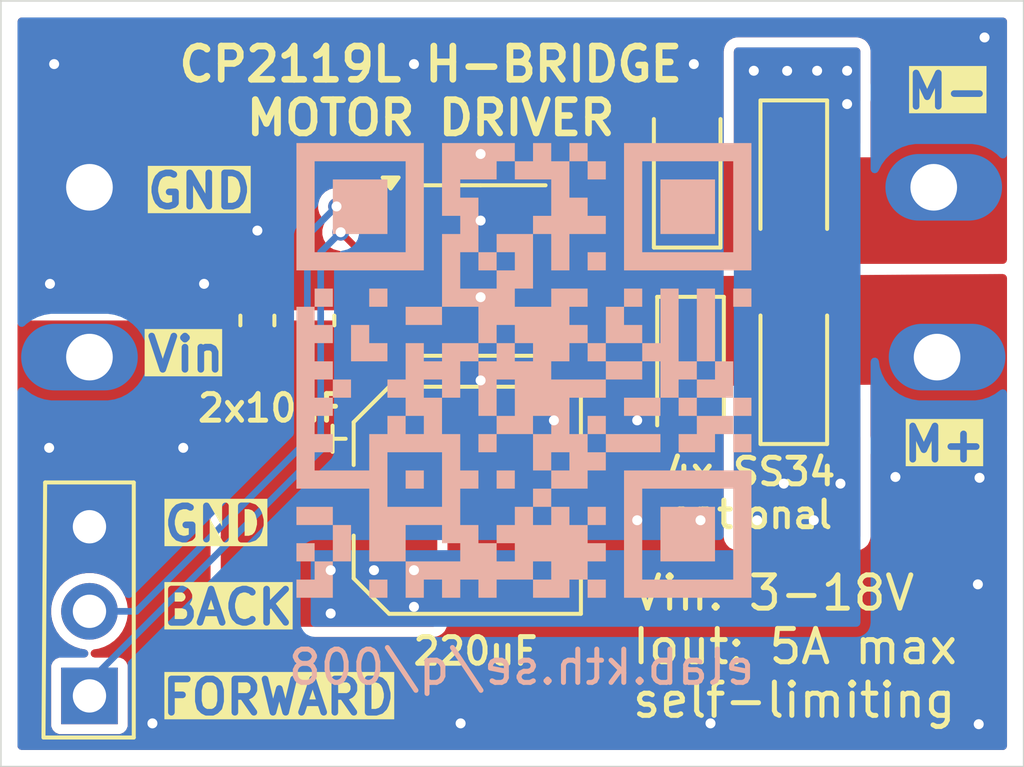
<source format=kicad_pcb>
(kicad_pcb (version 20241229) (generator "pcbnew") (generator_version "9.0")
  (layers (0 "F.Cu" signal) (2 "B.Cu" signal) (13 "F.Paste" user) (15 "B.Paste" user) (5 "F.SilkS" user "F.Silkscreen") (7 "B.SilkS" user "B.Silkscreen") (1 "F.Mask" user) (3 "B.Mask" user) (25 "Edge.Cuts" user))
  (net 0 "")
  (net 1 "GND")
  (net 2 "Net-(J2-Pin_2)")
  (net 3 "out2")
  (net 4 "out1")
  (net 5 "Net-(J2-Pin_1)")
  (net 6 "+BATT")
  (footprint "Mareks_footprints:Oval_tht_hand_solder_bigger" (layer "F.Cu") (at 54.46 61.6 180)
    (property "Reference" "J1" (hide yes))
    (property "Value" "VCC")
    (pad "1" thru_hole oval (at 0 0 180) (size 3.5 2) (drill 1.4 (offset 0.3 0)) (layers "*.Cu" "*.Mask") (net 6 "+BATT"))
  )
  (footprint "Diode_SMD:D_SOD-123F" (layer "F.Cu") (at 75.6 56.1 -90)
    (property "Reference" "D1" (hide yes))
    (property "Value" "K54")
    (fp_line (start -2.21 1) (end 1.65 1) (stroke (width 0.12)) (layer "F.SilkS"))
    (fp_line (start -2.21 -1) (end -2.21 1) (stroke (width 0.12)) (layer "F.SilkS"))
    (fp_line (start -2.21 -1) (end 1.65 -1) (stroke (width 0.12)) (layer "F.SilkS"))
    (pad "1" smd roundrect (at -1.4 0 270) (size 1.1 1.1) (layers "F.Cu" "F.Mask" "F.Paste") (roundrect_rratio 0.2272727273) (net 6 "+BATT"))
    (pad "2" smd roundrect (at 1.4 0 270) (size 1.1 1.1) (layers "F.Cu" "F.Mask" "F.Paste") (roundrect_rratio 0.2272727273) (net 3 "out2"))
  )
  (footprint "Mareks_footprints:Oval_tht_hand_solder_bigger" (layer "F.Cu") (at 79.9 61.6)
    (property "Reference" "J4" (hide yes))
    (property "Value" "M+")
    (pad "1" thru_hole oval (at 0 0) (size 3.5 2) (drill 1.4 (offset 0.3 0)) (layers "*.Cu" "*.Mask") (net 4 "out1"))
  )
  (footprint "Diode_SMD:D_SOD-123F" (layer "F.Cu") (at 75.6 62 90)
    (property "Reference" "D3" (hide yes))
    (property "Value" "K54")
    (fp_line (start -2.21 -1) (end 1.65 -1) (stroke (width 0.12)) (layer "F.SilkS"))
    (fp_line (start -2.21 -1) (end -2.21 1) (stroke (width 0.12)) (layer "F.SilkS"))
    (fp_line (start -2.21 1) (end 1.65 1) (stroke (width 0.12)) (layer "F.SilkS"))
    (pad "1" smd roundrect (at -1.4 0 90) (size 1.1 1.1) (layers "F.Cu" "F.Mask" "F.Paste") (roundrect_rratio 0.2272727273) (net 6 "+BATT"))
    (pad "2" smd roundrect (at 1.4 0 90) (size 1.1 1.1) (layers "F.Cu" "F.Mask" "F.Paste") (roundrect_rratio 0.2272727273) (net 4 "out1"))
  )
  (footprint "Package_SO:SOP-8_3.9x4.9mm_P1.27mm" (layer "F.Cu") (at 66.2 59)
    (property "Reference" "U2" (hide yes))
    (property "Value" "CP2119L" (hide yes))
    (fp_line (start 0 -2.56) (end -1.95 -2.56) (stroke (width 0.12)) (layer "F.SilkS"))
    (fp_line (start 0 -2.56) (end 1.95 -2.56) (stroke (width 0.12)) (layer "F.SilkS"))
    (fp_line (start 0 2.56) (end -1.95 2.56) (stroke (width 0.12)) (layer "F.SilkS"))
    (fp_line (start 0 2.56) (end 1.95 2.56) (stroke (width 0.12)) (layer "F.SilkS"))
    (fp_poly (pts (xy -2.7 -2.465) (xy -2.94 -2.795) (xy -2.46 -2.795) (xy -2.7 -2.465)) (stroke (width 0.12)) (fill yes) (layer "F.SilkS"))
    (pad "1" smd roundrect (at -2.75 -1.905) (size 2 0.6) (layers "F.Cu" "F.Mask" "F.Paste") (net 2 "Net-(J2-Pin_2)"))
    (pad "2" smd roundrect (at -2.75 -0.635) (size 2 0.6) (layers "F.Cu" "F.Mask" "F.Paste") (net 5 "Net-(J2-Pin_1)"))
    (pad "3" smd roundrect (at -2.75 0.635) (size 2 0.6) (layers "F.Cu" "F.Mask" "F.Paste") (net 1 "GND"))
    (pad "4" smd roundrect (at -2.75 1.905) (size 2 0.6) (layers "F.Cu" "F.Mask" "F.Paste") (net 6 "+BATT"))
    (pad "5" smd roundrect (at 2.7 1.905) (size 2 0.6) (layers "F.Cu" "F.Mask" "F.Paste") (net 4 "out1"))
    (pad "6" smd roundrect (at 2.7 0.635) (size 2 0.6) (layers "F.Cu" "F.Mask" "F.Paste") (net 4 "out1"))
    (pad "7" smd roundrect (at 2.7 -0.635) (size 2 0.6) (layers "F.Cu" "F.Mask" "F.Paste") (net 3 "out2"))
    (pad "8" smd roundrect (at 2.7 -1.905) (size 2 0.6) (layers "F.Cu" "F.Mask" "F.Paste") (net 3 "out2"))
  )
  (footprint "Diode_SMD:D_SOD-123F" (layer "F.Cu") (at 72.4 56.1 90)
    (property "Reference" "D2" (hide yes))
    (property "Value" "K54")
    (fp_line (start -2.21 -1) (end 1.65 -1) (stroke (width 0.12)) (layer "F.SilkS"))
    (fp_line (start -2.21 -1) (end -2.21 1) (stroke (width 0.12)) (layer "F.SilkS"))
    (fp_line (start -2.21 1) (end 1.65 1) (stroke (width 0.12)) (layer "F.SilkS"))
    (pad "1" smd roundrect (at -1.4 0 90) (size 1.1 1.1) (layers "F.Cu" "F.Mask" "F.Paste") (roundrect_rratio 0.2272727273) (net 3 "out2"))
    (pad "2" smd roundrect (at 1.4 0 90) (size 1.1 1.1) (layers "F.Cu" "F.Mask" "F.Paste") (roundrect_rratio 0.2272727273) (net 1 "GND"))
  )
  (footprint "Capacitor_SMD:C_0603_1608Metric_Pad1.08x0.95mm_HandSolder" (layer "F.Cu") (at 61.3 60.5 90)
    (property "Reference" "C3" (hide yes))
    (property "Value" "10uF")
    (fp_line (start -0.146267 -0.51) (end 0.146267 -0.51) (stroke (width 0.12)) (layer "F.SilkS"))
    (fp_line (start -0.146267 0.51) (end 0.146267 0.51) (stroke (width 0.12)) (layer "F.SilkS"))
    (pad "1" smd roundrect (at -0.8625 0 90) (size 1.075 0.95) (layers "F.Cu" "F.Mask" "F.Paste") (net 6 "+BATT"))
    (pad "2" smd roundrect (at 0.8625 0 90) (size 1.075 0.95) (layers "F.Cu" "F.Mask" "F.Paste") (net 1 "GND"))
  )
  (footprint "Mareks_footprints:Oval_tht_hand_solder_bigger" (layer "F.Cu") (at 54.46 56.5 180)
    (property "Reference" "J3" (hide yes))
    (property "Value" "GND")
    (pad "1" thru_hole oval (at 0 0 180) (size 3.5 2) (drill 1.4 (offset 0.3 0)) (layers "*.Cu" "*.Mask") (net 1 "GND"))
  )
  (footprint "Capacitor_SMD:C_0603_1608Metric_Pad1.08x0.95mm_HandSolder" (layer "F.Cu") (at 59.5 60.5 90)
    (property "Reference" "C1" (hide yes))
    (property "Value" "10uF")
    (fp_line (start -0.146267 -0.51) (end 0.146267 -0.51) (stroke (width 0.12)) (layer "F.SilkS"))
    (fp_line (start -0.146267 0.51) (end 0.146267 0.51) (stroke (width 0.12)) (layer "F.SilkS"))
    (pad "1" smd roundrect (at -0.8625 0 90) (size 1.075 0.95) (layers "F.Cu" "F.Mask" "F.Paste") (net 6 "+BATT"))
    (pad "2" smd roundrect (at 0.8625 0 90) (size 1.075 0.95) (layers "F.Cu" "F.Mask" "F.Paste") (net 1 "GND"))
  )
  (footprint "Diode_SMD:D_SOD-123F" (layer "F.Cu") (at 72.5 62 -90)
    (property "Reference" "D4" (hide yes))
    (property "Value" "K54")
    (fp_line (start -2.21 1) (end 1.65 1) (stroke (width 0.12)) (layer "F.SilkS"))
    (fp_line (start -2.21 -1) (end -2.21 1) (stroke (width 0.12)) (layer "F.SilkS"))
    (fp_line (start -2.21 -1) (end 1.65 -1) (stroke (width 0.12)) (layer "F.SilkS"))
    (pad "1" smd roundrect (at -1.4 0 270) (size 1.1 1.1) (layers "F.Cu" "F.Mask" "F.Paste") (roundrect_rratio 0.2272727273) (net 4 "out1"))
    (pad "2" smd roundrect (at 1.4 0 270) (size 1.1 1.1) (layers "F.Cu" "F.Mask" "F.Paste") (roundrect_rratio 0.2272727273) (net 1 "GND"))
  )
  (footprint "Mareks_footprints:Oval_tht_hand_solder_bigger" (layer "F.Cu") (at 79.8 56.5)
    (property "Reference" "J5" (hide yes))
    (property "Value" "M-")
    (pad "1" thru_hole oval (at 0 0) (size 3.5 2) (drill 1.4 (offset 0.3 0)) (layers "*.Cu" "*.Mask") (net 3 "out2"))
  )
  (footprint "Connector_PinHeader_2.54mm:PinHeader_1x03_P2.54mm_Vertical" (layer "F.Cu") (at 54.46 71.775 180)
    (property "Reference" "J2" (hide yes))
    (property "Value" "Conn_01x03_Pin" (hide yes))
    (fp_line (start 1.38 -1.25) (end 1.33 6.41) (stroke (width 0.12)) (layer "F.SilkS"))
    (fp_line (start -1.33 6.41) (end 1.33 6.41) (stroke (width 0.12)) (layer "F.SilkS"))
    (fp_line (start -1.33 -1.25) (end 1.38 -1.25) (stroke (width 0.12)) (layer "F.SilkS"))
    (fp_line (start -1.33 -1.25) (end -1.33 6.41) (stroke (width 0.12)) (layer "F.SilkS"))
    (pad "1" thru_hole rect (at 0 0 180) (size 1.7 1.7) (drill 1) (layers "*.Cu" "*.Mask") (net 5 "Net-(J2-Pin_1)"))
    (pad "2" thru_hole oval (at 0 2.54 180) (size 1.7 1.7) (drill 1) (layers "*.Cu" "*.Mask") (net 2 "Net-(J2-Pin_2)"))
    (pad "3" thru_hole oval (at 0 5.08 180) (size 1.7 1.7) (drill 1) (layers "*.Cu" "*.Mask") (net 1 "GND"))
  )
  (footprint "Capacitor_SMD:CP_Elec_6.3x7.7" (layer "F.Cu") (at 65.8 65.9)
    (property "Reference" "C2" (hide yes))
    (property "Value" "220u")
    (fp_line (start -4.4375 -1.8475) (end -3.65 -1.8475) (stroke (width 0.12)) (layer "F.SilkS"))
    (fp_line (start -4.04375 -2.24125) (end -4.04375 -1.45375) (stroke (width 0.12)) (layer "F.SilkS"))
    (fp_line (start -3.41 -2.345563) (end -3.41 -1.06) (stroke (width 0.12)) (layer "F.SilkS"))
    (fp_line (start -3.41 -2.345563) (end -2.345563 -3.41) (stroke (width 0.12)) (layer "F.SilkS"))
    (fp_line (start -3.41 2.345563) (end -3.41 1.06) (stroke (width 0.12)) (layer "F.SilkS"))
    (fp_line (start -3.41 2.345563) (end -2.345563 3.41) (stroke (width 0.12)) (layer "F.SilkS"))
    (fp_line (start -2.345563 -3.41) (end 3.41 -3.41) (stroke (width 0.12)) (layer "F.SilkS"))
    (fp_line (start -2.345563 3.41) (end 3.41 3.41) (stroke (width 0.12)) (layer "F.SilkS"))
    (fp_line (start 3.41 -3.41) (end 3.41 -1.06) (stroke (width 0.12)) (layer "F.SilkS"))
    (fp_line (start 3.41 3.41) (end 3.41 1.06) (stroke (width 0.12)) (layer "F.SilkS"))
    (pad "1" smd roundrect (at -2.7 0) (size 3.5 1.6) (layers "F.Cu" "F.Mask" "F.Paste") (roundrect_rratio 0.15625) (net 6 "+BATT"))
    (pad "2" smd roundrect (at 2.7 0) (size 3.5 1.6) (layers "F.Cu" "F.Mask" "F.Paste") (roundrect_rratio 0.15625) (net 1 "GND"))
  )
  (footprint "LOGO" (layer "B.Cu") (at 67.5 62 180)
    (property "Reference" "G***" (hide yes))
    (property "Value" "LOGO" (hide yes))
    (fp_poly (pts (xy 6.28172 2.184947) (xy 6.28172 1.911828) (xy 6.008602 1.911828) (xy 5.735484 1.911828) (xy 5.735484 2.184947) (xy 5.735484 2.458065) (xy 6.008602 2.458065) (xy 6.28172 2.458065)) (fill yes) (layer "B.SilkS"))
    (fp_poly (pts (xy 5.735484 4.916129) (xy 5.735484 4.096774) (xy 4.916129 4.096774) (xy 4.096774 4.096774) (xy 4.096774 4.916129) (xy 4.096774 5.735484) (xy 4.916129 5.735484) (xy 5.735484 5.735484)) (fill yes) (layer "B.SilkS"))
    (fp_poly (pts (xy 4.64301 2.184947) (xy 4.64301 1.911828) (xy 4.369892 1.911828) (xy 4.096774 1.911828) (xy 4.096774 2.184947) (xy 4.096774 2.458065) (xy 4.369892 2.458065) (xy 4.64301 2.458065)) (fill yes) (layer "B.SilkS"))
    (fp_poly (pts (xy 4.64301 -6.554838) (xy 4.64301 -6.827957) (xy 4.369892 -6.827957) (xy 4.096774 -6.827957) (xy 4.096774 -6.554838) (xy 4.096774 -6.28172) (xy 4.369892 -6.28172) (xy 4.64301 -6.28172)) (fill yes) (layer "B.SilkS"))
    (fp_poly (pts (xy 3.550537 1.63871) (xy 3.550537 1.365592) (xy 3.004301 1.365592) (xy 2.458064 1.365592) (xy 2.458064 1.63871) (xy 2.458064 1.911828) (xy 3.004301 1.911828) (xy 3.550537 1.911828)) (fill yes) (layer "B.SilkS"))
    (fp_poly (pts (xy 3.550537 -3.277419) (xy 3.550537 -3.550537) (xy 3.277419 -3.550537) (xy 3.004301 -3.550537) (xy 3.004301 -3.277419) (xy 3.004301 -3.004301) (xy 3.277419 -3.004301) (xy 3.550537 -3.004301)) (fill yes) (layer "B.SilkS"))
    (fp_poly (pts (xy 1.365591 3.27742) (xy 1.365591 3.004301) (xy 1.092473 3.004301) (xy 0.819355 3.004301) (xy 0.819355 3.27742) (xy 0.819355 3.550538) (xy 1.092473 3.550538) (xy 1.365591 3.550538)) (fill yes) (layer "B.SilkS"))
    (fp_poly (pts (xy 1.365591 -2.184946) (xy 1.365591 -2.458064) (xy 1.092473 -2.458064) (xy 0.819355 -2.458064) (xy 0.819355 -2.184946) (xy 0.819355 -1.911828) (xy 1.092473 -1.911828) (xy 1.365591 -1.911828)) (fill yes) (layer "B.SilkS"))
    (fp_poly (pts (xy 0.819355 -3.277419) (xy 0.819355 -3.550537) (xy 0.546236 -3.550537) (xy 0.273118 -3.550537) (xy 0.273118 -3.277419) (xy 0.273118 -3.004301) (xy 0.546236 -3.004301) (xy 0.819355 -3.004301)) (fill yes) (layer "B.SilkS"))
    (fp_poly (pts (xy -1.911828 3.27742) (xy -1.911828 3.004301) (xy -2.184947 3.004301) (xy -2.458065 3.004301) (xy -2.458065 3.27742) (xy -2.458065 3.550538) (xy -2.184947 3.550538) (xy -1.911828 3.550538)) (fill yes) (layer "B.SilkS"))
    (fp_poly (pts (xy -3.004301 2.184947) (xy -3.004301 1.911828) (xy -3.27742 1.911828) (xy -3.550538 1.911828) (xy -3.550538 2.184947) (xy -3.550538 2.458065) (xy -3.27742 2.458065) (xy -3.004301 2.458065)) (fill yes) (layer "B.SilkS"))
    (fp_poly (pts (xy -3.004301 -1.092473) (xy -3.004301 -1.365591) (xy -3.550538 -1.365591) (xy -4.096774 -1.365591) (xy -4.096774 -1.092473) (xy -4.096774 -0.819355) (xy -3.550538 -0.819355) (xy -3.004301 -0.819355)) (fill yes) (layer "B.SilkS"))
    (fp_poly (pts (xy -4.096774 4.916129) (xy -4.096774 4.096774) (xy -4.916129 4.096774) (xy -5.735484 4.096774) (xy -5.735484 4.916129) (xy -5.735484 5.735484) (xy -4.916129 5.735484) (xy -4.096774 5.735484)) (fill yes) (layer "B.SilkS"))
    (fp_poly (pts (xy -4.096774 -4.916129) (xy -4.096774 -5.735484) (xy -4.916129 -5.735484) (xy -5.735484 -5.735484) (xy -5.735484 -4.916129) (xy -5.735484 -4.096774) (xy -4.916129 -4.096774) (xy -4.096774 -4.096774)) (fill yes) (layer "B.SilkS"))
    (fp_poly (pts (xy -6.281721 2.184947) (xy -6.281721 1.911828) (xy -6.554839 1.911828) (xy -6.827957 1.911828) (xy -6.827957 2.184947) (xy -6.827957 2.458065) (xy -6.554839 2.458065) (xy -6.281721 2.458065)) (fill yes) (layer "B.SilkS"))
    (fp_poly (pts (xy 5.189247 0.819355) (xy 5.189247 0.273119) (xy 4.64301 0.273119) (xy 4.096774 0.273119) (xy 4.096774 0.546237) (xy 4.096774 0.819355) (xy 4.369892 0.819355) (xy 4.64301 0.819355) (xy 4.64301 1.092473) (xy 4.64301 1.365592) (xy 4.916129 1.365592) (xy 5.189247 1.365592)) (fill yes) (layer "B.SilkS"))
    (fp_poly (pts (xy 6.827957 4.916129) (xy 6.827957 3.004301) (xy 4.916129 3.004301) (xy 3.004301 3.004301) (xy 3.004301 4.916129) (xy 3.550537 4.916129) (xy 3.550537 3.550538) (xy 4.916129 3.550538) (xy 6.28172 3.550538) (xy 6.28172 4.916129) (xy 6.28172 6.281721) (xy 4.916129 6.281721) (xy 3.550537 6.281721) (xy 3.550537 4.916129) (xy 3.004301 4.916129) (xy 3.004301 6.827957) (xy 4.916129 6.827957) (xy 6.827957 6.827957)) (fill yes) (layer "B.SilkS"))
    (fp_poly (pts (xy -3.004301 4.916129) (xy -3.004301 3.004301) (xy -4.916129 3.004301) (xy -6.827957 3.004301) (xy -6.827957 4.916129) (xy -6.281721 4.916129) (xy -6.281721 3.550538) (xy -4.916129 3.550538) (xy -3.550538 3.550538) (xy -3.550538 4.916129) (xy -3.550538 6.281721) (xy -4.916129 6.281721) (xy -6.281721 6.281721) (xy -6.281721 4.916129) (xy -6.827957 4.916129) (xy -6.827957 6.827957) (xy -4.916129 6.827957) (xy -3.004301 6.827957)) (fill yes) (layer "B.SilkS"))
    (fp_poly (pts (xy -3.004301 -4.916129) (xy -3.004301 -6.827957) (xy -4.916129 -6.827957) (xy -6.827957 -6.827957) (xy -6.827957 -4.916129) (xy -6.281721 -4.916129) (xy -6.281721 -6.28172) (xy -4.916129 -6.28172) (xy -3.550538 -6.28172) (xy -3.550538 -4.916129) (xy -3.550538 -3.550537) (xy -4.916129 -3.550537) (xy -6.281721 -3.550537) (xy -6.281721 -4.916129) (xy -6.827957 -4.916129) (xy -6.827957 -3.004301) (xy -4.916129 -3.004301) (xy -3.004301 -3.004301)) (fill yes) (layer "B.SilkS"))
    (fp_poly (pts (xy 6.827957 -4.369892) (xy 6.827957 -4.64301) (xy 6.28172 -4.64301) (xy 5.735484 -4.64301) (xy 5.735484 -5.189247) (xy 5.735484 -5.735484) (xy 6.008602 -5.735484) (xy 6.28172 -5.735484) (xy 6.28172 -5.462365) (xy 6.28172 -5.189247) (xy 6.554838 -5.189247) (xy 6.827957 -5.189247) (xy 6.827957 -5.462365) (xy 6.827957 -5.735484) (xy 6.554838 -5.735484) (xy 6.28172 -5.735484) (xy 6.28172 -6.008602) (xy 6.28172 -6.28172) (xy 6.554838 -6.28172) (xy 6.827957 -6.28172) (xy 6.827957 -6.554838) (xy 6.827957 -6.827957) (xy 6.28172 -6.827957) (xy 5.735484 -6.827957) (xy 5.735484 -6.28172) (xy 5.735484 -5.735484) (xy 5.462365 -5.735484) (xy 5.189247 -5.735484) (xy 5.189247 -5.189247) (xy 5.189247 -4.64301) (xy 5.462365 -4.64301) (xy 5.735484 -4.64301) (xy 5.735484 -4.369892) (xy 5.735484 -4.096774) (xy 6.28172 -4.096774) (xy 6.827957 -4.096774)) (fill yes) (layer "B.SilkS"))
    (fp_poly (pts (xy -1.365592 6.554839) (xy -1.365592 6.281721) (xy -1.092473 6.281721) (xy -0.819355 6.281721) (xy -0.819355 6.554839) (xy -0.819355 6.827957) (xy -0.546237 6.827957) (xy -0.273119 6.827957) (xy -0.273119 6.554839) (xy -0.273119 6.281721) (xy 0 6.281721) (xy 0.273118 6.281721) (xy 0.273118 6.554839) (xy 0.273118 6.827957) (xy 1.365591 6.827957) (xy 2.458064 6.827957) (xy 2.458064 5.735484) (xy 2.458064 4.643011) (xy 2.184946 4.643011) (xy 1.911828 4.643011) (xy 1.911828 4.369893) (xy 1.911828 4.096774) (xy 2.184946 4.096774) (xy 2.458064 4.096774) (xy 2.458064 3.004301) (xy 2.458064 1.911828) (xy 1.911828 1.911828) (xy 1.365591 1.911828) (xy 1.365591 1.365592) (xy 1.365591 0.819355) (xy 1.092473 0.819355) (xy 0.819355 0.819355) (xy 0.819355 0.546237) (xy 0.819355 0.273119) (xy 1.092473 0.273119) (xy 1.365591 0.273119) (xy 1.365591 0.546237) (xy 1.365591 0.819355) (xy 1.911828 0.819355) (xy 2.458064 0.819355) (xy 2.458064 0.546237) (xy 2.458064 0.273119) (xy 2.731183 0.273119) (xy 3.004301 0.273119) (xy 3.004301 0.546237) (xy 3.004301 0.819355) (xy 3.277419 0.819355) (xy 3.550537 0.819355) (xy 3.550537 0.273119) (xy 3.550537 -0.273118) (xy 3.823656 -0.273118) (xy 4.096774 -0.273118) (xy 4.096774 -0.546236) (xy 4.096774 -0.819355) (xy 3.823656 -0.819355) (xy 3.550537 -0.819355) (xy 3.550537 -1.092473) (xy 3.550537 -1.365591) (xy 3.277419 -1.365591) (xy 3.004301 -1.365591) (xy 3.004301 -1.638709) (xy 3.004301 -1.911828) (xy 3.277419 -1.911828) (xy 3.550537 -1.911828) (xy 3.550537 -1.638709) (xy 3.550537 -1.365591) (xy 3.823656 -1.365591) (xy 4.096774 -1.365591) (xy 4.096774 -1.638709) (xy 4.096774 -1.911828) (xy 4.369892 -1.911828) (xy 4.64301 -1.911828) (xy 4.64301 -2.458064) (xy 4.64301 -3.004301) (xy 5.462365 -3.004301) (xy 6.28172 -3.004301) (xy 6.28172 -2.731183) (xy 6.28172 -2.458064) (xy 6.008602 -2.458064) (xy 5.735484 -2.458064) (xy 5.735484 -2.184946) (xy 5.735484 -1.911828) (xy 6.008602 -1.911828) (xy 6.28172 -1.911828) (xy 6.28172 -1.638709) (xy 6.28172 -1.365591) (xy 6.008602 -1.365591) (xy 5.735484 -1.365591) (xy 5.735484 -1.092473) (xy 5.735484 -0.819355) (xy 5.462365 -0.819355) (xy 5.189247 -0.819355) (xy 5.189247 -0.546236) (xy 5.735484 -0.546236) (xy 5.735484 -0.819355) (xy 6.008602 -0.819355) (xy 6.28172 -0.819355) (xy 6.28172 -0.546236) (xy 6.28172 -0.273118) (xy 6.008602 -0.273118) (xy 5.735484 -0.273118) (xy 5.735484 -0.546236) (xy 5.189247 -0.546236) (xy 5.189247 -0.273118) (xy 5.462365 -0.273118) (xy 5.735484 -0.273118) (xy 5.735484 0) (xy 5.735484 0.273119) (xy 6.008602 0.273119) (xy 6.28172 0.273119) (xy 6.28172 0.546237) (xy 6.28172 0.819355) (xy 6.008602 0.819355) (xy 5.735484 0.819355) (xy 5.735484 1.092473) (xy 5.735484 1.365592) (xy 6.008602 1.365592) (xy 6.28172 1.365592) (xy 6.28172 1.63871) (xy 6.28172 1.911828) (xy 6.554838 1.911828) (xy 6.827957 1.911828) (xy 6.827957 -0.819355) (xy 6.827957 -3.550537) (xy 5.735484 -3.550537) (xy 4.64301 -3.550537) (xy 4.64301 -4.64301) (xy 4.64301 -5.735484) (xy 4.096774 -5.735484) (xy 3.550537 -5.735484) (xy 3.550537 -6.28172) (xy 3.550537 -6.827957) (xy 3.277419 -6.827957) (xy 3.004301 -6.827957) (xy 3.004301 -6.554838) (xy 3.004301 -6.28172) (xy 2.731183 -6.28172) (xy 2.458064 -6.28172) (xy 2.458064 -6.554838) (xy 2.458064 -6.827957) (xy 2.184946 -6.827957) (xy 1.911828 -6.827957) (xy 1.911828 -6.554838) (xy 1.911828 -6.28172) (xy 1.638709 -6.28172) (xy 1.365591 -6.28172) (xy 1.365591 -6.554838) (xy 1.365591 -6.827957) (xy 1.092473 -6.827957) (xy 0.819355 -6.827957) (xy 0.819355 -6.554838) (xy 0.819355 -6.28172) (xy 0.273118 -6.28172) (xy -0.273119 -6.28172) (xy -0.273119 -6.554838) (xy -0.273119 -6.827957) (xy -0.819355 -6.827957) (xy -1.365592 -6.827957) (xy -1.365592 -6.554838) (xy -1.365592 -6.28172) (xy -1.63871 -6.28172) (xy -1.911828 -6.28172) (xy -1.911828 -6.554838) (xy -1.911828 -6.827957) (xy -2.184947 -6.827957) (xy -2.458065 -6.827957) (xy -2.458065 -6.554838) (xy -2.458065 -6.28172) (xy -2.184947 -6.28172) (xy -1.911828 -6.28172) (xy -1.911828 -6.008602) (xy -0.819355 -6.008602) (xy -0.819355 -6.28172) (xy -0.546237 -6.28172) (xy -0.273119 -6.28172) (xy -0.273119 -6.008602) (xy -0.273119 -5.735484) (xy -0.546237 -5.735484) (xy -0.819355 -5.735484) (xy -0.819355 -6.008602) (xy -1.911828 -6.008602) (xy -1.911828 -5.735484) (xy -2.184947 -5.735484) (xy -2.458065 -5.735484) (xy -2.458065 -5.462365) (xy -2.458065 -5.189247) (xy -2.184947 -5.189247) (xy -1.911828 -5.189247) (xy -1.911828 -4.916129) (xy -1.911828 -4.64301) (xy -2.184947 -4.64301) (xy -2.458065 -4.64301) (xy -2.458065 -4.369892) (xy -2.458065 -4.096774) (xy -2.184947 -4.096774) (xy -1.911828 -4.096774) (xy -1.911828 -4.369892) (xy -1.911828 -4.64301) (xy -1.63871 -4.64301) (xy -1.365592 -4.64301) (xy -1.365592 -4.369892) (xy -1.365592 -4.096774) (xy -1.092473 -4.096774) (xy -0.819355 -4.096774) (xy -0.819355 -3.823656) (xy -0.819355 -3.550537) (xy -0.546237 -3.550537) (xy -0.273119 -3.550537) (xy -0.273119 -3.823656) (xy -0.273119 -4.096774) (xy -0.546237 -4.096774) (xy -0.819355 -4.096774) (xy -0.819355 -4.369892) (xy -0.819355 -4.64301) (xy -0.546237 -4.64301) (xy -0.273119 -4.64301) (xy -0.273119 -4.369892) (xy -0.273119 -4.096774) (xy 0 -4.096774) (xy 0.273118 -4.096774) (xy 0.273118 -4.369892) (xy 0.273118 -4.64301) (xy 0.546236 -4.64301) (xy 0.819355 -4.64301) (xy 0.819355 -4.916129) (xy 0.819355 -5.189247) (xy 0.546236 -5.189247) (xy 0.273118 -5.189247) (xy 0.273118 -5.462365) (xy 0.273118 -5.735484) (xy 0.546236 -5.735484) (xy 0.819355 -5.735484) (xy 0.819355 -5.462365) (xy 0.819355 -5.189247) (xy 1.092473 -5.189247) (xy 1.365591 -5.189247) (xy 1.911828 -5.189247) (xy 1.911828 -5.462365) (xy 1.911828 -5.735484) (xy 2.731183 -5.735484) (xy 3.550537 -5.735484) (xy 3.550537 -5.189247) (xy 3.550537 -4.64301) (xy 3.004301 -4.64301) (xy 2.458064 -4.64301) (xy 2.458064 -4.916129) (xy 2.458064 -5.189247) (xy 2.184946 -5.189247) (xy 1.911828 -5.189247) (xy 1.365591 -5.189247) (xy 1.365591 -4.916129) (xy 1.365591 -4.64301) (xy 1.638709 -4.64301) (xy 1.911828 -4.64301) (xy 1.911828 -4.096774) (xy 1.911828 -3.550537) (xy 1.638709 -3.550537) (xy 1.365591 -3.550537) (xy 1.365591 -3.277419) (xy 2.458064 -3.277419) (xy 2.458064 -4.096774) (xy 3.277419 -4.096774) (xy 4.096774 -4.096774) (xy 4.096774 -3.277419) (xy 4.096774 -2.458064) (xy 3.277419 -2.458064) (xy 2.458064 -2.458064) (xy 2.458064 -3.277419) (xy 1.365591 -3.277419) (xy 1.365591 -3.004301) (xy 1.638709 -3.004301) (xy 1.911828 -3.004301) (xy 1.911828 -2.458064) (xy 1.911828 -1.911828) (xy 2.184946 -1.911828) (xy 2.458064 -1.911828) (xy 2.458064 -1.365591) (xy 2.458064 -0.819355) (xy 2.731183 -0.819355) (xy 3.004301 -0.819355) (xy 3.004301 -0.546236) (xy 3.004301 -0.273118) (xy 2.731183 -0.273118) (xy 2.458064 -0.273118) (xy 2.458064 -0.546236) (xy 2.458064 -0.819355) (xy 2.184946 -0.819355) (xy 1.911828 -0.819355) (xy 1.911828 -0.273118) (xy 1.911828 0.273119) (xy 1.638709 0.273119) (xy 1.365591 0.273119) (xy 1.365591 -0.546236) (xy 1.365591 -1.365591) (xy 1.092473 -1.365591) (xy 0.819355 -1.365591) (xy 0.819355 -0.819355) (xy 0.819355 -0.273118) (xy 0.546236 -0.273118) (xy 0.273118 -0.273118) (xy 0.273118 -0.819355) (xy 0.273118 -1.365591) (xy 0.546236 -1.365591) (xy 0.819355 -1.365591) (xy 0.819355 -1.638709) (xy 0.819355 -1.911828) (xy 0.273118 -1.911828) (xy -0.273119 -1.911828) (xy -0.273119 -1.638709) (xy -0.273119 -1.365591) (xy -0.546237 -1.365591) (xy -0.819355 -1.365591) (xy -0.819355 -1.638709) (xy -0.819355 -1.911828) (xy -0.546237 -1.911828) (xy -0.273119 -1.911828) (xy -0.273119 -2.458064) (xy -0.273119 -3.004301) (xy -0.546237 -3.004301) (xy -0.819355 -3.004301) (xy -0.819355 -2.731183) (xy -0.819355 -2.458064) (xy -1.092473 -2.458064) (xy -1.365592 -2.458064) (xy -1.365592 -2.731183) (xy -1.365592 -3.004301) (xy -1.092473 -3.004301) (xy -0.819355 -3.004301) (xy -0.819355 -3.277419) (xy -0.819355 -3.550537) (xy -1.365592 -3.550537) (xy -1.911828 -3.550537) (xy -1.911828 -3.277419) (xy -1.911828 -3.004301) (xy -2.184947 -3.004301) (xy -2.458065 -3.004301) (xy -2.458065 -2.731183) (xy -2.458065 -2.458064) (xy -3.27742 -2.458064) (xy -4.096774 -2.458064) (xy -4.096774 -2.184946) (xy -2.458065 -2.184946) (xy -2.458065 -2.458064) (xy -2.184947 -2.458064) (xy -1.911828 -2.458064) (xy -1.911828 -2.184946) (xy -1.911828 -1.911828) (xy -2.184947 -1.911828) (xy -2.458065 -1.911828) (xy -2.458065 -2.184946) (xy -4.096774 -2.184946) (xy -4.096774 -1.911828) (xy -3.27742 -1.911828) (xy -2.458065 -1.911828) (xy -2.458065 -1.638709) (xy -2.458065 -1.365591) (xy -2.184947 -1.365591) (xy -1.911828 -1.365591) (xy -1.911828 -1.638709) (xy -1.911828 -1.911828) (xy -1.63871 -1.911828) (xy -1.365592 -1.911828) (xy -1.365592 -1.365591) (xy -1.365592 -0.819355) (xy -1.911828 -0.819355) (xy -2.458065 -0.819355) (xy -2.458065 -0.546236) (xy -2.458065 -0.273118) (xy -3.004301 -0.273118) (xy -3.550538 -0.273118) (xy -3.550538 0) (xy -3.550538 0.273119) (xy -3.004301 0.273119) (xy -2.458065 0.273119) (xy -2.458065 0) (xy -2.458065 -0.273118) (xy -1.63871 -0.273118) (xy -0.819355 -0.273118) (xy -0.819355 0) (xy -0.819355 0.273119) (xy -1.092473 0.273119) (xy -1.365592 0.273119) (xy -1.365592 0.546237) (xy -1.365592 0.819355) (xy -0.273119 0.819355) (xy -0.273119 0.546237) (xy -0.273119 0.273119) (xy 0 0.273119) (xy 0.273118 0.273119) (xy 0.273118 0.546237) (xy 0.273118 0.819355) (xy 0.546236 0.819355) (xy 0.819355 0.819355) (xy 0.819355 1.092473) (xy 0.819355 1.365592) (xy 0.546236 1.365592) (xy 0.273118 1.365592) (xy 0.273118 1.092473) (xy 0.273118 0.819355) (xy 0 0.819355) (xy -0.273119 0.819355) (xy -1.365592 0.819355) (xy -1.63871 0.819355) (xy -1.911828 0.819355) (xy -1.911828 0.546237) (xy -1.911828 0.273119) (xy -2.184947 0.273119) (xy -2.458065 0.273119) (xy -2.458065 0.546237) (xy -2.458065 0.819355) (xy -3.004301 0.819355) (xy -3.550538 0.819355) (xy -3.550538 0.546237) (xy -3.550538 0.273119) (xy -3.823656 0.273119) (xy -4.096774 0.273119) (xy -4.096774 -0.273118) (xy -4.096774 -0.819355) (xy -4.369893 -0.819355) (xy -4.643011 -0.819355) (xy -4.643011 -1.092473) (xy -4.643011 -1.365591) (xy -4.916129 -1.365591) (xy -5.189248 -1.365591) (xy -5.189248 -1.638709) (xy -5.189248 -1.911828) (xy -4.916129 -1.911828) (xy -4.643011 -1.911828) (xy -4.643011 -2.184946) (xy -4.643011 -2.458064) (xy -5.189248 -2.458064) (xy -5.735484 -2.458064) (xy -5.735484 -2.184946) (xy -5.735484 -1.911828) (xy -6.008602 -1.911828) (xy -6.281721 -1.911828) (xy -6.281721 -2.184946) (xy -6.281721 -2.458064) (xy -6.554839 -2.458064) (xy -6.827957 -2.458064) (xy -6.827957 -2.184946) (xy -6.827957 -1.911828) (xy -6.554839 -1.911828) (xy -6.281721 -1.911828) (xy -6.281721 -1.638709) (xy -6.281721 -1.365591) (xy -6.554839 -1.365591) (xy -6.827957 -1.365591) (xy -6.827957 -1.092473) (xy -6.827957 -0.819355) (xy -6.554839 -0.819355) (xy -6.281721 -0.819355) (xy -6.281721 -1.092473) (xy -6.281721 -1.365591) (xy -5.735484 -1.365591) (xy -5.189248 -1.365591) (xy -5.189248 -1.092473) (xy -5.189248 -0.819355) (xy -4.916129 -0.819355) (xy -4.643011 -0.819355) (xy -4.643011 -0.546236) (xy -4.643011 -0.273118) (xy -4.916129 -0.273118) (xy -5.189248 -0.273118) (xy -5.189248 -0.546236) (xy -5.189248 -0.819355) (xy -5.735484 -0.819355) (xy -6.281721 -0.819355) (xy -6.281721 -0.273118) (xy -6.281721 0) (xy -5.735484 0) (xy -5.735484 -0.273118) (xy -5.462366 -0.273118) (xy -5.189248 -0.273118) (xy -5.189248 0) (xy -5.189248 0.273119) (xy -5.462366 0.273119) (xy -5.735484 0.273119) (xy -5.735484 0) (xy -6.281721 0) (xy -6.281721 0.273119) (xy -6.008602 0.273119) (xy -5.735484 0.273119) (xy -5.735484 1.365592) (xy -5.735484 2.458065) (xy -5.462366 2.458065) (xy -5.189248 2.458065) (xy -5.189248 1.365592) (xy -5.189248 0.273119) (xy -4.916129 0.273119) (xy -4.643011 0.273119) (xy -4.643011 1.365592) (xy -4.643011 2.458065) (xy -4.369893 2.458065) (xy -4.096774 2.458065) (xy -4.096774 1.63871) (xy -4.096774 0.819355) (xy -3.823656 0.819355) (xy -3.550538 0.819355) (xy -3.550538 1.092473) (xy -3.550538 1.365592) (xy -3.27742 1.365592) (xy -3.004301 1.365592) (xy -3.004301 1.63871) (xy -3.004301 1.911828) (xy -2.731183 1.911828) (xy -2.458065 1.911828) (xy -2.458065 1.365592) (xy -2.458065 0.819355) (xy -2.184947 0.819355) (xy -1.911828 0.819355) (xy -1.911828 1.092473) (xy -1.911828 1.365592) (xy -1.63871 1.365592) (xy -1.365592 1.365592) (xy -1.365592 1.63871) (xy -1.365592 1.911828) (xy -1.63871 1.911828) (xy -1.911828 1.911828) (xy -1.911828 2.184947) (xy -1.911828 2.458065) (xy -1.365592 2.458065) (xy -0.819355 2.458065) (xy -0.819355 2.184947) (xy -0.819355 1.911828) (xy -0.273119 1.911828) (xy 0.273118 1.911828) (xy 0.273118 2.184947) (xy 0.273118 2.458065) (xy 0 2.458065) (xy -0.273119 2.458065) (xy -0.273119 3.27742) (xy -0.273119 4.096774) (xy 0.273118 4.096774) (xy 0.819355 4.096774) (xy 0.819355 3.823656) (xy 0.819355 3.550538) (xy 0.546236 3.550538) (xy 0.273118 3.550538) (xy 0.273118 3.27742) (xy 0.273118 3.004301) (xy 0.546236 3.004301) (xy 0.819355 3.004301) (xy 0.819355 2.731183) (xy 0.819355 2.458065) (xy 1.365591 2.458065) (xy 1.911828 2.458065) (xy 1.911828 3.004301) (xy 1.911828 3.550538) (xy 1.638709 3.550538) (xy 1.365591 3.550538) (xy 1.365591 4.369893) (xy 1.365591 5.189248) (xy 1.638709 5.189248) (xy 1.911828 5.189248) (xy 1.911828 5.462366) (xy 1.911828 5.735484) (xy 1.365591 5.735484) (xy 0.819355 5.735484) (xy 0.819355 6.008602) (xy 0.819355 6.281721) (xy 0.546236 6.281721) (xy 0.273118 6.281721) (xy 0.273118 6.008602) (xy 0.273118 5.735484) (xy -0.273119 5.735484) (xy -0.819355 5.735484) (xy -0.819355 5.189248) (xy -0.819355 4.643011) (xy -0.546237 4.643011) (xy -0.273119 4.643011) (xy -0.273119 4.369893) (xy -0.273119 4.096774) (xy -0.546237 4.096774) (xy -0.819355 4.096774) (xy -0.819355 3.550538) (xy -0.819355 3.004301) (xy -1.092473 3.004301) (xy -1.365592 3.004301) (xy -1.365592 3.550538) (xy -1.365592 4.096774) (xy -1.911828 4.096774) (xy -2.458065 4.096774) (xy -2.458065 4.369893) (xy -2.458065 4.643011) (xy -2.184947 4.643011) (xy -1.911828 4.643011) (xy -1.911828 4.916129) (xy -1.911828 5.189248) (xy -1.63871 5.189248) (xy -1.365592 5.189248) (xy -1.365592 5.735484) (xy -1.365592 6.281721) (xy -1.63871 6.281721) (xy -1.911828 6.281721) (xy -1.911828 6.008602) (xy -1.911828 5.735484) (xy -2.184947 5.735484) (xy -2.458065 5.735484) (xy -2.458065 6.008602) (xy -2.458065 6.281721) (xy -2.184947 6.281721) (xy -1.911828 6.281721) (xy -1.911828 6.554839) (xy -1.911828 6.827957) (xy -1.63871 6.827957) (xy -1.365592 6.827957)) (fill yes) (layer "B.SilkS"))
  )
  (gr_rect (start 51.8 50.9) (end 82.5 73.9) (stroke (width 0.05)) (fill no) (layer "Edge.Cuts"))
  (gr_text "GND" (at 56.6 67.2 0) (layer "F.SilkS" knockout) (effects (font (size 1 1) (thickness 0.2) (bold yes)) (justify left bottom)))
  (gr_text "GND" (at 56.1 57.2 0) (layer "F.SilkS" knockout) (effects (font (size 1 1) (thickness 0.2) (bold yes)) (justify left bottom)))
  (gr_text "M-" (at 78.9 54.2 0) (layer "F.SilkS" knockout) (effects (font (size 1 1) (thickness 0.2) (bold yes)) (justify left bottom)))
  (gr_text "Vin" (at 56.1 62.1 0) (layer "F.SilkS" knockout) (effects (font (size 1 1) (thickness 0.2) (bold yes)) (justify left bottom)))
  (gr_text "BACK" (at 56.55 69.7 0) (layer "F.SilkS" knockout) (effects (font (size 1 1) (thickness 0.2) (bold yes)) (justify left bottom)))
  (gr_text "2x10uF" (at 59.9 63.6 0) (layer "F.SilkS") (effects (font (size 0.8 0.8) (thickness 0.15) (bold yes)) (justify bottom)))
  (gr_text "CP2119L H-BRIDGE\nMOTOR DRIVER" (at 64.7 55 0) (layer "F.SilkS") (effects (font (size 1 1) (thickness 0.2) (bold yes)) (justify bottom)))
  (gr_text "220uF" (at 64.1 70.9 0) (layer "F.SilkS") (effects (font (size 0.8 0.8) (thickness 0.15) (bold yes)) (justify left bottom)))
  (gr_text "FORWARD" (at 56.55 72.4 0) (layer "F.SilkS" knockout) (effects (font (size 1 1) (thickness 0.2) (bold yes)) (justify left bottom)))
  (gr_text "4x SS34\noptional" (at 74.3 66.8 0) (layer "F.SilkS") (effects (font (size 0.8 0.8) (thickness 0.15) (bold yes)) (justify bottom)))
  (gr_text "M+" (at 78.8 64.8 0) (layer "F.SilkS" knockout) (effects (font (size 1 1) (thickness 0.2) (bold yes)) (justify left bottom)))
  (gr_text "Vin: 3-18V\nIout: 5A max\nself-limiting" (at 70.68 72.49 0) (layer "F.SilkS") (effects (font (size 1 1)) (justify left bottom)))
  (gr_text "elab.kth.se/q/008" (at 74.5 71.5 0) (layer "B.SilkS") (effects (font (size 1 1) (thickness 0.15) (bold yes)) (justify left bottom mirror)))
  (via (at 57.275 64.325) (size 0.6) (drill 0.3) (layers "F.Cu" "B.Cu") (net 1))
  (via (at 72.6 52.8) (size 0.6) (drill 0.3) (layers "F.Cu" "B.Cu") (net 1))
  (via (at 66.2 55.5) (size 0.6) (drill 0.3) (layers "F.Cu" "B.Cu") (net 1))
  (via (at 56.35 72.6) (size 0.6) (drill 0.3) (layers "F.Cu" "B.Cu") (net 1))
  (via (at 81.175 65.225) (size 0.6) (drill 0.3) (layers "F.Cu" "B.Cu") (net 1))
  (via (at 73.1 72.6) (size 0.6) (drill 0.3) (layers "F.Cu" "B.Cu") (net 1))
  (via (at 70.9 63.5) (size 0.6) (drill 0.3) (layers "F.Cu" "B.Cu") (net 1))
  (via (at 59.5 57.8) (size 0.6) (drill 0.3) (layers "F.Cu" "B.Cu") (net 1))
  (via (at 72.8 66.5) (size 0.6) (drill 0.3) (layers "F.Cu" "B.Cu") (net 1))
  (via (at 81.325 52) (size 0.6) (drill 0.3) (layers "F.Cu" "B.Cu") (net 1))
  (via (at 81.125 68.425) (size 0.6) (drill 0.3) (layers "F.Cu" "B.Cu") (net 1))
  (via (at 53.25 64.325) (size 0.6) (drill 0.3) (layers "F.Cu" "B.Cu") (net 1))
  (via (at 64.2 52.8) (size 0.6) (drill 0.3) (layers "F.Cu" "B.Cu") (net 1))
  (via (at 68.4 63.5) (size 0.6) (drill 0.3) (layers "F.Cu" "B.Cu") (net 1))
  (via (at 57.9 59.4) (size 0.6) (drill 0.3) (layers "F.Cu" "B.Cu") (net 1))
  (via (at 81.15 72.625) (size 0.6) (drill 0.3) (layers "F.Cu" "B.Cu") (net 1))
  (via (at 70.9 66.5) (size 0.6) (drill 0.3) (layers "F.Cu" "B.Cu") (net 1))
  (via (at 53.4 52.8) (size 0.6) (drill 0.3) (layers "F.Cu" "B.Cu") (net 1))
  (via (at 65.6 72.6) (size 0.6) (drill 0.3) (layers "F.Cu" "B.Cu") (net 1))
  (via (at 53.275 59.4) (size 0.6) (drill 0.3) (layers "F.Cu" "B.Cu") (net 1))
  (via (at 78.65 65.2) (size 0.6) (drill 0.3) (layers "F.Cu" "B.Cu") (net 1))
  (via (at 66.2 62.3) (size 0.6) (drill 0.3) (layers "F.Cu" "B.Cu") (net 1))
  (via (at 66.2 57.5) (size 0.6) (drill 0.3) (layers "F.Cu" "B.Cu") (net 1))
  (via (at 66.2 59.8) (size 0.6) (drill 0.3) (layers "F.Cu" "B.Cu") (net 1))
  (segment (start 62.125 57.075) (end 62.145 57.095) (width 0.2) (layer "F.Cu") (net 2))
  (segment (start 62.145 57.095) (end 63.175 57.095) (width 0.2) (layer "F.Cu") (net 2))
  (segment (start 61.875 57.075) (end 62.125 57.075) (width 0.2) (layer "F.Cu") (net 2))
  (via (at 61.875 57.075) (size 0.5) (drill 0.3) (layers "F.Cu" "B.Cu") (net 2))
  (segment (start 55.865 69.235) (end 54.46 69.235) (width 0.2) (layer "B.Cu") (net 2))
  (segment (start 61 64.1) (end 55.865 69.235) (width 0.2) (layer "B.Cu") (net 2))
  (segment (start 61.875 57.075) (end 61 57.95) (width 0.2) (layer "B.Cu") (net 2))
  (segment (start 61 57.95) (end 61 64.1) (width 0.2) (layer "B.Cu") (net 2))
  (segment (start 62.515 58.365) (end 63.175 58.365) (width 0.2) (layer "F.Cu") (net 5))
  (segment (start 62 57.85) (end 62.515 58.365) (width 0.2) (layer "F.Cu") (net 5))
  (via (at 62 57.85) (size 0.5) (drill 0.3) (layers "F.Cu" "B.Cu") (net 5))
  (segment (start 62 57.85) (end 61.4 58.45) (width 0.2) (layer "B.Cu") (net 5))
  (segment (start 61.4 58.45) (end 61.4 64.4) (width 0.2) (layer "B.Cu") (net 5))
  (segment (start 54.46 71.34) (end 54.46 71.775) (width 0.2) (layer "B.Cu") (net 5))
  (segment (start 61.4 64.4) (end 54.46 71.34) (width 0.2) (layer "B.Cu") (net 5))
  (via (at 74.5 66.5) (size 0.6) (drill 0.3) (layers "F.Cu" "B.Cu") (net 6))
  (via (at 76.3 53) (size 0.6) (drill 0.3) (layers "F.Cu" "B.Cu") (net 6))
  (via (at 77.2 53) (size 0.6) (drill 0.3) (layers "F.Cu" "B.Cu") (net 6))
  (via (at 64.2 69.1) (size 0.6) (drill 0.3) (layers "F.Cu" "B.Cu") (net 6))
  (via (at 61.7 69.3) (size 0.6) (drill 0.3) (layers "F.Cu" "B.Cu") (net 6))
  (via (at 64.2 68) (size 0.6) (drill 0.3) (layers "F.Cu" "B.Cu") (net 6))
  (via (at 61.7 68) (size 0.6) (drill 0.3) (layers "F.Cu" "B.Cu") (net 6))
  (via (at 74.4 53) (size 0.6) (drill 0.3) (layers "F.Cu" "B.Cu") (net 6))
  (via (at 63 68) (size 0.6) (drill 0.3) (layers "F.Cu" "B.Cu") (net 6))
  (via (at 77.2 54) (size 0.6) (drill 0.3) (layers "F.Cu" "B.Cu") (net 6))
  (via (at 75.3 65.4) (size 0.6) (drill 0.3) (layers "F.Cu" "B.Cu") (net 6))
  (via (at 77 65.4) (size 0.6) (drill 0.3) (layers "F.Cu" "B.Cu") (net 6))
  (via (at 75.4 53.00323) (size 0.6) (drill 0.3) (layers "F.Cu" "B.Cu") (net 6))
  (via (at 76.2 66.5) (size 0.6) (drill 0.3) (layers "F.Cu" "B.Cu") (net 6))
  (zone (net 6) (net_name "+BATT") (layer "F.Cu") (priority 3) (connect_pads yes (clearance 0.25)) (min_thickness 0.25) (fill yes (thermal_gap 0.25) (thermal_bridge_width 0.5))
    (polygon (pts (xy 58.4 63.4) (xy 58.4 69.7) (xy 64.9 69.7) (xy 64.9 60.5) (xy 52.3 60.5) (xy 52.3 63.4)))
  )
  (zone (net 6) (net_name "+BATT") (layer "F.Cu") (priority 1) (connect_pads yes (clearance 0.3)) (min_thickness 0.25) (fill yes (thermal_gap 0.5) (thermal_bridge_width 0.5))
    (polygon (pts (xy 73.8 52.3) (xy 77.6 52.3) (xy 77.6 67.1) (xy 73.8 67.1)))
  )
  (zone (net 4) (net_name "out1") (layer "F.Cu") (priority 4) (connect_pads yes (clearance 0.25)) (min_thickness 0.25) (fill yes (thermal_gap 0.5) (thermal_bridge_width 0.5))
    (polygon (pts (xy 67.9 59.2) (xy 82.5 59.1) (xy 82.5 64.1) (xy 77.9 64.1) (xy 77.9 62.42925) (xy 67.9 62.5)))
  )
  (zone (net 3) (net_name "out2") (layer "F.Cu") (priority 4) (connect_pads yes (clearance 0.25)) (min_thickness 0.25) (fill yes (thermal_gap 0.5) (thermal_bridge_width 0.5))
    (polygon (pts (xy 67.9 55.6) (xy 77.9 55.6) (xy 77.9 53.8) (xy 82.5 53.8) (xy 82.5 58.8) (xy 67.9 58.8)))
  )
  (zone (net 1) (net_name "GND") (layers "F.Cu" "B.Cu") (connect_pads yes (clearance 0.3)) (min_thickness 0.25) (fill yes (thermal_gap 0.5) (thermal_bridge_width 0.5))
    (polygon (pts (xy 52.1 51.2) (xy 82.2 51.2) (xy 82.2 73.6) (xy 52.1 73.6)))
  )
  (zone (net 6) (net_name "+BATT") (layer "B.Cu") (priority 3) (connect_pads yes (clearance 0.3)) (min_thickness 0.25) (fill yes (thermal_gap 0.5) (thermal_bridge_width 0.6))
    (polygon (pts (xy 73.8 52.3) (xy 77.6 52.3) (xy 77.6 69.7) (xy 61.1 69.7) (xy 61.1 67.4) (xy 73.8 67.4)))
  )
)
</source>
